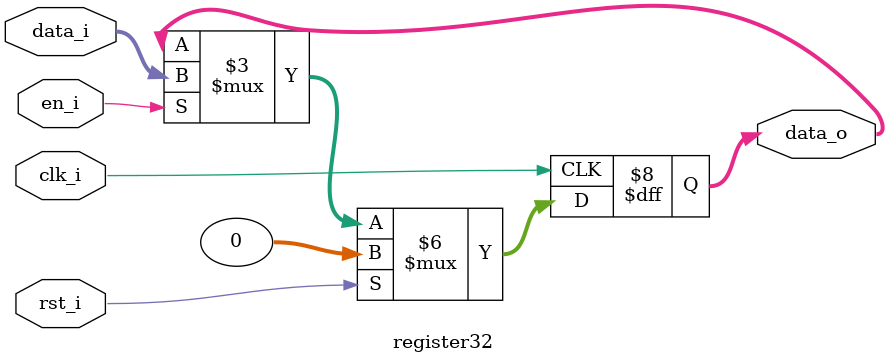
<source format=sv>
`timescale 1ns / 1ps


module register32(
    input  logic            clk_i,
    input  logic            rst_i,
    input  logic            en_i,
    input  logic [31:0]     data_i,
    output logic [31:0]     data_o
    );

    always_ff @(posedge clk_i) begin
        if(rst_i) begin
            data_o <= 32'b0;
        end else if(en_i) begin
            data_o <= data_i;
        end else begin
            data_o <= data_o;
        end 
    end
endmodule

</source>
